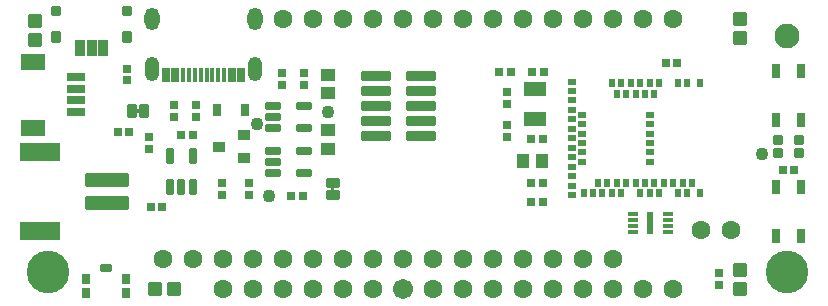
<source format=gts>
G04 Layer: TopSolderMaskLayer*
G04 EasyEDA Pro v2.2.34.8, 2025-03-03 01:04:46*
G04 Gerber Generator version 0.3*
G04 Scale: 100 percent, Rotated: No, Reflected: No*
G04 Dimensions in millimeters*
G04 Leading zeros omitted, absolute positions, 4 integers and 5 decimals*
%FSLAX45Y45*%
%MOMM*%
%AMRoundRect*1,1,$1,$2,$3*1,1,$1,$4,$5*1,1,$1,0-$2,0-$3*1,1,$1,0-$4,0-$5*20,1,$1,$2,$3,$4,$5,0*20,1,$1,$4,$5,0-$2,0-$3,0*20,1,$1,0-$2,0-$3,0-$4,0-$5,0*20,1,$1,0-$4,0-$5,$2,$3,0*4,1,4,$2,$3,$4,$5,0-$2,0-$3,0-$4,0-$5,$2,$3,0*%
%ADD10C,2.102*%
%ADD11C,3.602*%
%ADD12RoundRect,0.08906X-0.30647X-0.30647X-0.30647X0.30647*%
%ADD13C,1.602*%
%ADD14C,1.7032*%
%ADD15RoundRect,0.08478X0.20864X0.30859X0.20864X-0.30859*%
%ADD16RoundRect,0.08478X0.30859X-0.20864X-0.30859X-0.20864*%
%ADD17RoundRect,0.08478X-0.20864X-0.30859X-0.20864X0.30859*%
%ADD18RoundRect,0.08478X-0.30859X0.20864X0.30859X0.20864*%
%ADD19RoundRect,1.102X0.0X0.0X0.0X0.0*%
%ADD20RoundRect,0.08906X0.30647X-0.30647X-0.30647X-0.30647*%
%ADD21RoundRect,0.08996X-0.33622X0.50602X0.33622X0.50602*%
%ADD22RoundRect,0.08996X-0.50602X-0.33622X-0.50602X0.33622*%
%ADD23RoundRect,0.08669X0.28168X-0.55667X-0.28168X-0.55667*%
%ADD24RoundRect,0.08002X0.16X-0.56X-0.16X-0.56*%
%ADD25O,1.20002X2.10002*%
%ADD26O,1.30002X1.90002*%
%ADD27RoundRect,0.09049X0.35575X-0.65575X-0.35575X-0.65575*%
%ADD28RoundRect,0.0911X0.38046X-0.45545X-0.38046X-0.45545*%
%ADD29RoundRect,0.09049X0.38076X-0.35576X-0.38076X-0.35576*%
%ADD30RoundRect,0.08906X0.30647X0.30647X0.30647X-0.30647*%
%ADD31RoundRect,0.09336X1.80432X0.50432X1.80432X-0.50432*%
%ADD32RoundRect,0.0959X1.64305X0.75305X1.64305X-0.75305*%
%ADD33RoundRect,0.09459X1.0037X0.60365X1.0037X-0.60365*%
%ADD34RoundRect,0.08906X0.68148X0.30644X0.68148X-0.30644*%
%ADD35RoundRect,0.08982X-0.33109X-0.53109X-0.33109X0.53109*%
%ADD36RoundRect,0.0882X-0.28186X0.60685X0.28186X0.60685*%
%ADD37RoundRect,0.08906X-0.30647X0.30647X0.30647X0.30647*%
%ADD38RoundRect,0.08953X0.3212X-0.42127X-0.3212X-0.42127*%
%ADD39RoundRect,0.09299X-0.50451X0.47951X0.50451X0.47951*%
%ADD40RoundRect,0.09299X0.50451X-0.47951X-0.50451X-0.47951*%
%ADD41RoundRect,0.0882X0.60685X0.28186X0.60685X-0.28186*%
%ADD42RoundRect,0.08136X0.36032X-0.16032X-0.36032X-0.16032*%
%ADD43RoundRect,0.08478X-0.20861X-0.90861X-0.20861X0.90861*%
%ADD44RoundRect,0.09299X-0.47951X-0.50451X-0.47951X0.50451*%
%ADD45RoundRect,0.09299X0.47951X0.50451X0.47951X-0.50451*%
%ADD46RoundRect,0.09164X-0.45514X-0.40523X-0.45514X0.40523*%
%ADD47RoundRect,0.09336X0.90437X0.50432X0.90437X-0.50432*%
%ADD48RoundRect,0.09049X-0.35577X0.35577X0.35577X0.35577*%
%ADD49RoundRect,0.09336X0.50432X-0.50432X-0.50432X-0.50432*%
%ADD50RoundRect,0.09336X-0.50432X0.50432X0.50432X0.50432*%
%ADD51RoundRect,0.09098X-1.1955X-0.37546X-1.1955X0.37546*%
%ADD52RoundRect,0.09336X0.50432X0.50432X0.50432X-0.50432*%
%ADD53RoundRect,0.08571X-0.25714X0.40714X0.25714X0.40714*%
%ADD54RoundRect,0.08571X-0.45714X-0.25714X-0.45714X0.25714*%
%ADD55RoundRect,0.08571X0.25714X-0.40714X-0.25714X-0.40714*%
G75*


G04 Rect Start*
G36*
G01X1050000Y1645000D02*
G01X1050000Y1615000D01*
G01X1010000Y1615000D01*
G01X1010000Y1645000D01*
G01X1050000Y1645000D01*
G37*
G36*
G01X2665000Y990000D02*
G01X2695000Y990000D01*
G01X2695000Y950000D01*
G01X2665000Y950000D01*
G01X2665000Y990000D01*
G37*
G04 Rect End*

G04 Pad Start*
G54D10*
G01X6530000Y2270000D03*
G54D11*
G01X6530000Y270000D03*
G01X270000Y270000D03*
G54D12*
G01X4360000Y860000D03*
G01X4460000Y860000D03*
G01X4360000Y1020000D03*
G01X4460000Y1020000D03*
G54D13*
G01X3782000Y2413000D03*
G01X3528000Y2413000D03*
G01X4036000Y2413000D03*
G01X4290000Y2413000D03*
G01X4544000Y2413000D03*
G01X4798000Y2413000D03*
G01X5306000Y2413000D03*
G01X5052000Y2413000D03*
G01X3020000Y2413000D03*
G01X3274000Y2413000D03*
G01X2766000Y2413000D03*
G01X2512000Y2413000D03*
G01X2258000Y2413000D03*
G01X5560000Y2413000D03*
G01X1242000Y381000D03*
G01X1496000Y381000D03*
G01X3782000Y381000D03*
G01X3528000Y381000D03*
G01X4036000Y381000D03*
G01X4290000Y381000D03*
G01X4544000Y381000D03*
G01X4798000Y381000D03*
G01X5052000Y381000D03*
G01X3274000Y381000D03*
G54D14*
G01X3274000Y127000D03*
G54D13*
G01X5052000Y127000D03*
G01X5306000Y127000D03*
G01X4798000Y127000D03*
G01X4544000Y127000D03*
G01X4290000Y127000D03*
G01X4036000Y127000D03*
G01X5560000Y127000D03*
G01X3528000Y127000D03*
G01X3782000Y127000D03*
G01X3020000Y381000D03*
G01X2766000Y381000D03*
G01X2512000Y381000D03*
G01X2258000Y381000D03*
G01X2004000Y381000D03*
G01X1750000Y381000D03*
G01X1750000Y127000D03*
G01X2004000Y127000D03*
G01X2258000Y127000D03*
G01X2512000Y127000D03*
G01X2766000Y127000D03*
G01X3020000Y127000D03*
G54D15*
G01X5795006Y1864998D03*
G01X5604988Y1864998D03*
G01X5444994Y1864998D03*
G01X5404989Y1775006D03*
G01X5325004Y1775006D03*
G01X5244994Y1775006D03*
G01X5204989Y1864998D03*
G01X5165009Y1775006D03*
G01X5125004Y1864998D03*
G01X5084999Y1775006D03*
G01X5044994Y1864998D03*
G01X5284999Y1864998D03*
G54D16*
G01X4704990Y1880009D03*
G54D17*
G01X5365009Y1864998D03*
G54D16*
G01X4704990Y1799999D03*
G54D17*
G01X5684998Y1864998D03*
G54D16*
G01X4704990Y1719989D03*
G54D18*
G01X4704990Y1640005D03*
G01X4704990Y1559995D03*
G01X4704990Y1480010D03*
G01X4704990Y1400000D03*
G01X4704990Y1319990D03*
G01X4704990Y1240005D03*
G54D16*
G01X4795008Y1519990D03*
G01X4795008Y1440005D03*
G01X4795008Y1359995D03*
G01X4795008Y1280010D03*
G01X4795008Y1200000D03*
G01X4704990Y1000001D03*
G54D18*
G01X4704990Y1159995D03*
G54D16*
G01X4704990Y1080011D03*
G01X4704990Y919991D03*
G54D17*
G01X4804990Y935002D03*
G01X4885000Y935002D03*
G01X4965010Y935002D03*
G01X5004989Y1024994D03*
G01X5084999Y1024994D03*
G01X5044994Y935002D03*
G01X4925005Y1024994D03*
G54D16*
G01X4795008Y1600000D03*
G54D17*
G01X5125004Y935002D03*
G01X5165009Y1024994D03*
G01X5244994Y1024994D03*
G01X5284999Y935002D03*
G01X5325004Y1024994D03*
G01X5365009Y935002D03*
G01X5404989Y1024994D03*
G01X5444994Y935002D03*
G01X5484999Y1024994D03*
G01X5565009Y1024994D03*
G01X5604988Y935002D03*
G01X5644993Y1024994D03*
G01X5684998Y935002D03*
G01X5725003Y1024994D03*
G01X5795006Y935002D03*
G54D16*
G01X5365009Y1600000D03*
G01X5365009Y1519990D03*
G01X5365009Y1440005D03*
G01X5365009Y1359995D03*
G01X5365009Y1280010D03*
G01X5365009Y1200000D03*
G54D19*
G01X6320000Y1270000D03*
G54D13*
G01X5796000Y620000D03*
G01X6050000Y620000D03*
G54D20*
G01X4160000Y1410000D03*
G01X4160000Y1510000D03*
G01X4160000Y1690000D03*
G01X4160000Y1790000D03*
G54D19*
G01X2140000Y910000D03*
G01X2040000Y1520000D03*
G01X2640000Y1620000D03*
G54D21*
G01X977930Y1630000D03*
G01X1082070Y1630000D03*
G54D22*
G01X2680000Y917930D03*
G01X2680000Y1022070D03*
G54D23*
G01X1908002Y1932497D03*
G01X1827992Y1932497D03*
G54D24*
G01X1762993Y1932497D03*
G01X1712981Y1932497D03*
G01X1662994Y1932497D03*
G01X1613006Y1932497D03*
G01X1562994Y1932497D03*
G01X1513007Y1932497D03*
G01X1462994Y1932497D03*
G01X1412981Y1932497D03*
G54D23*
G01X1347983Y1932497D03*
G01X1267998Y1932497D03*
G54D25*
G01X2020499Y1987488D03*
G01X1155502Y1987488D03*
G54D26*
G01X2020499Y2407503D03*
G01X1155502Y2407503D03*
G54D27*
G01X740000Y2166495D03*
G01X640000Y2166495D03*
G01X540000Y2166495D03*
G54D28*
G01X342490Y2261491D03*
G54D29*
G01X342490Y2474000D03*
G01X937510Y2474000D03*
G54D28*
G01X937510Y2261491D03*
G54D30*
G01X960000Y1450001D03*
G01X860001Y1450001D03*
G54D31*
G01X769507Y1050000D03*
G01X769507Y850000D03*
G54D32*
G01X200493Y614999D03*
G01X200493Y1285000D03*
G54D33*
G01X141387Y2050010D03*
G54D34*
G01X508900Y1920012D03*
G01X508900Y1820013D03*
G01X508900Y1719987D03*
G01X508900Y1619988D03*
G54D33*
G01X141387Y1489990D03*
G54D35*
G01X6647500Y1967500D03*
G01X6647500Y1552500D03*
G01X6432500Y1967500D03*
G01X6432500Y1552500D03*
G01X6647500Y987500D03*
G01X6647500Y572500D03*
G01X6432500Y987500D03*
G01X6432500Y572500D03*
G54D30*
G01X1500000Y1430000D03*
G01X1400000Y1430000D03*
G54D20*
G01X1340000Y1580000D03*
G01X1340000Y1680000D03*
G01X1520000Y1580000D03*
G01X1520000Y1680000D03*
G54D36*
G01X1305004Y989977D03*
G01X1400000Y989977D03*
G01X1494996Y989977D03*
G01X1494996Y1250023D03*
G01X1305004Y1250023D03*
G54D37*
G01X1130000Y1410000D03*
G01X1130000Y1310000D03*
G01X1740000Y1020000D03*
G01X1740000Y920000D03*
G54D38*
G01X1935011Y1640000D03*
G01X1704989Y1640000D03*
G54D20*
G01X2440000Y1850000D03*
G01X2440000Y1950000D03*
G01X2250000Y1850000D03*
G01X2250000Y1950000D03*
G54D39*
G01X2640000Y1940000D03*
G54D40*
G01X2640000Y1780000D03*
G54D39*
G01X2640000Y1470000D03*
G54D40*
G01X2640000Y1310000D03*
G54D41*
G01X2179977Y1674996D03*
G01X2179977Y1580000D03*
G01X2179977Y1485004D03*
G01X2440023Y1485004D03*
G01X2440023Y1674996D03*
G01X2179977Y1294996D03*
G01X2179977Y1200000D03*
G01X2179977Y1105004D03*
G01X2440023Y1105004D03*
G01X2440023Y1294996D03*
G54D42*
G01X5517307Y604994D03*
G01X5517307Y655032D03*
G01X5517307Y705019D03*
G01X5517307Y754981D03*
G01X5222667Y754981D03*
G01X5222667Y705019D03*
G01X5222667Y655032D03*
G01X5222667Y604994D03*
G54D43*
G01X5369987Y680000D03*
G54D44*
G01X4290000Y1210000D03*
G54D45*
G01X4450000Y1210000D03*
G54D46*
G01X1930000Y1235004D03*
G01X1719992Y1330000D03*
G01X1930000Y1424996D03*
G54D12*
G01X6490000Y1130000D03*
G01X6590000Y1130000D03*
G54D30*
G01X4460000Y1390000D03*
G01X4360000Y1390000D03*
G54D47*
G01X4390000Y1814993D03*
G01X4390000Y1565007D03*
G54D48*
G01X6631491Y1384991D03*
G01X6631491Y1275009D03*
G01X6448509Y1275009D03*
G01X6448509Y1384991D03*
G54D49*
G01X6130000Y287000D03*
G01X6130000Y127000D03*
G54D50*
G01X160000Y2230000D03*
G01X160000Y2390000D03*
G54D30*
G01X4190000Y1960000D03*
G01X4090000Y1960000D03*
G01X4470000Y1960000D03*
G01X4370000Y1960000D03*
G54D51*
G01X3051989Y1543000D03*
G01X3428011Y1543000D03*
G01X3051989Y1416000D03*
G01X3428011Y1416000D03*
G01X3051989Y1924000D03*
G01X3428011Y1924000D03*
G01X3051989Y1797000D03*
G01X3428011Y1797000D03*
G01X3051989Y1670000D03*
G01X3428011Y1670000D03*
G54D52*
G01X1180000Y120000D03*
G01X1340000Y120000D03*
G54D12*
G01X5500000Y2040000D03*
G01X5600000Y2040000D03*
G54D37*
G01X5950000Y260000D03*
G01X5950000Y160000D03*
G54D53*
G01X590000Y90002D03*
G01X930000Y90002D03*
G01X930000Y210001D03*
G54D54*
G01X760000Y300001D03*
G54D55*
G01X590000Y210001D03*
G54D20*
G01X1970000Y920000D03*
G01X1970000Y1020000D03*
G01X940000Y1890001D03*
G01X940000Y1990001D03*
G54D12*
G01X2330000Y910000D03*
G01X2430000Y910000D03*
G54D50*
G01X6130000Y2253000D03*
G01X6130000Y2413000D03*
G54D30*
G01X1240000Y820000D03*
G01X1140000Y820000D03*
G04 Pad End*

M02*


</source>
